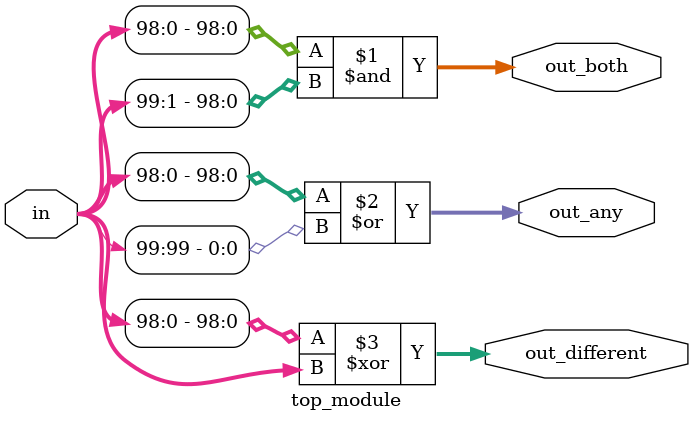
<source format=sv>
module top_module (
    input [99:0] in,
    output [98:0] out_both,
    output [99:1] out_any,
    output [99:0] out_different
);

    assign out_both = in[98:0] & in[99:1];
    
    assign out_any = {in[98], in[98:0] | in[99]};
    
    assign out_different = in[98:0] ^ {in[99], in[98:0]};

endmodule

</source>
